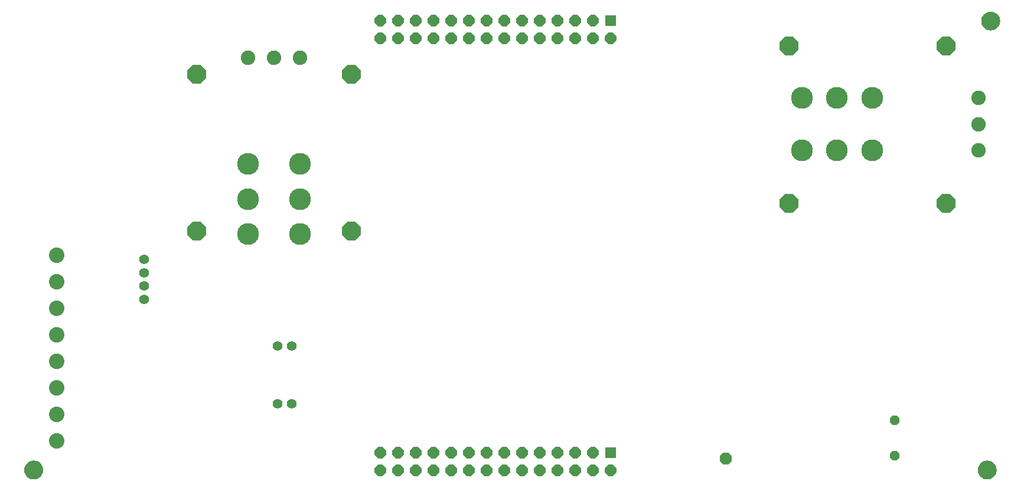
<source format=gbs>
G75*
%MOIN*%
%OFA0B0*%
%FSLAX25Y25*%
%IPPOS*%
%LPD*%
%AMOC8*
5,1,8,0,0,1.08239X$1,22.5*
%
%ADD10C,0.05500*%
%ADD11OC8,0.10500*%
%ADD12C,0.12311*%
%ADD13C,0.08177*%
%ADD14R,0.06406X0.06406*%
%ADD15OC8,0.06406*%
%ADD16C,0.08768*%
%ADD17C,0.00500*%
%ADD18OC8,0.06996*%
%ADD19OC8,0.05300*%
D10*
X0157462Y0066181D03*
X0165336Y0066181D03*
X0165336Y0098781D03*
X0157462Y0098781D03*
X0082249Y0124994D03*
X0082249Y0132868D03*
X0082249Y0139944D03*
X0082249Y0147818D03*
D11*
X0111949Y0163690D03*
X0199249Y0163690D03*
X0199249Y0252272D03*
X0111949Y0252272D03*
X0446257Y0268431D03*
X0534840Y0268431D03*
X0534840Y0179281D03*
X0446257Y0179281D03*
D12*
X0453335Y0209467D03*
X0473178Y0209467D03*
X0493020Y0209467D03*
X0493020Y0238995D03*
X0473178Y0238995D03*
X0453335Y0238995D03*
X0170263Y0201752D03*
X0140735Y0201752D03*
X0140735Y0181910D03*
X0170263Y0181910D03*
X0170263Y0162067D03*
X0140735Y0162067D03*
D13*
X0140735Y0261831D03*
X0155499Y0261831D03*
X0170263Y0261831D03*
X0553099Y0238995D03*
X0553099Y0224231D03*
X0553099Y0209467D03*
D14*
X0345473Y0282713D03*
X0345473Y0038461D03*
D15*
X0335473Y0038461D03*
X0325473Y0038461D03*
X0315473Y0038461D03*
X0305473Y0038461D03*
X0295473Y0038461D03*
X0285473Y0038461D03*
X0275473Y0038461D03*
X0265473Y0038461D03*
X0255473Y0038461D03*
X0245473Y0038461D03*
X0235473Y0038461D03*
X0225473Y0038461D03*
X0215473Y0038461D03*
X0215473Y0028461D03*
X0225473Y0028461D03*
X0235473Y0028461D03*
X0245473Y0028461D03*
X0255473Y0028461D03*
X0265473Y0028461D03*
X0275473Y0028461D03*
X0285473Y0028461D03*
X0295473Y0028461D03*
X0305473Y0028461D03*
X0315473Y0028461D03*
X0325473Y0028461D03*
X0335473Y0028461D03*
X0345473Y0028461D03*
X0345473Y0272713D03*
X0335473Y0272713D03*
X0325473Y0272713D03*
X0315473Y0272713D03*
X0305473Y0272713D03*
X0295473Y0272713D03*
X0285473Y0272713D03*
X0275473Y0272713D03*
X0265473Y0272713D03*
X0255473Y0272713D03*
X0245473Y0272713D03*
X0235473Y0272713D03*
X0225473Y0272713D03*
X0215473Y0272713D03*
X0215473Y0282713D03*
X0225473Y0282713D03*
X0235473Y0282713D03*
X0245473Y0282713D03*
X0255473Y0282713D03*
X0265473Y0282713D03*
X0275473Y0282713D03*
X0285473Y0282713D03*
X0295473Y0282713D03*
X0305473Y0282713D03*
X0315473Y0282713D03*
X0325473Y0282713D03*
X0335473Y0282713D03*
D16*
X0032796Y0150016D03*
X0032796Y0135016D03*
X0032796Y0120016D03*
X0032796Y0105016D03*
X0032796Y0090016D03*
X0032796Y0075016D03*
X0032796Y0060016D03*
X0032796Y0045016D03*
D17*
X0017304Y0024288D02*
X0016590Y0024788D01*
X0015974Y0025404D01*
X0015474Y0026118D01*
X0015105Y0026908D01*
X0014880Y0027750D01*
X0014804Y0028618D01*
X0014880Y0029486D01*
X0015105Y0030328D01*
X0015474Y0031118D01*
X0015974Y0031832D01*
X0016590Y0032448D01*
X0017304Y0032948D01*
X0018094Y0033317D01*
X0018936Y0033542D01*
X0019804Y0033618D01*
X0020672Y0033542D01*
X0021514Y0033317D01*
X0022304Y0032948D01*
X0023018Y0032448D01*
X0023634Y0031832D01*
X0024134Y0031118D01*
X0024502Y0030328D01*
X0024728Y0029486D01*
X0024804Y0028618D01*
X0024728Y0027750D01*
X0024502Y0026908D01*
X0024134Y0026118D01*
X0023634Y0025404D01*
X0023018Y0024788D01*
X0022304Y0024288D01*
X0021514Y0023920D01*
X0020672Y0023694D01*
X0019804Y0023618D01*
X0018936Y0023694D01*
X0018094Y0023920D01*
X0017304Y0024288D01*
X0017530Y0024183D02*
X0022078Y0024183D01*
X0022865Y0024681D02*
X0016743Y0024681D01*
X0016198Y0025180D02*
X0023410Y0025180D01*
X0023826Y0025678D02*
X0015782Y0025678D01*
X0015447Y0026177D02*
X0024161Y0026177D01*
X0024394Y0026675D02*
X0015214Y0026675D01*
X0015034Y0027174D02*
X0024574Y0027174D01*
X0024707Y0027672D02*
X0014901Y0027672D01*
X0014843Y0028171D02*
X0024765Y0028171D01*
X0024799Y0028669D02*
X0014808Y0028669D01*
X0014852Y0029168D02*
X0024756Y0029168D01*
X0024680Y0029666D02*
X0014928Y0029666D01*
X0015062Y0030165D02*
X0024546Y0030165D01*
X0024346Y0030663D02*
X0015262Y0030663D01*
X0015504Y0031162D02*
X0024104Y0031162D01*
X0023754Y0031660D02*
X0015853Y0031660D01*
X0016300Y0032159D02*
X0023307Y0032159D01*
X0022719Y0032657D02*
X0016888Y0032657D01*
X0017749Y0033156D02*
X0021859Y0033156D01*
X0020558Y0023684D02*
X0019050Y0023684D01*
X0552993Y0028618D02*
X0553069Y0029486D01*
X0553294Y0030328D01*
X0553663Y0031118D01*
X0554163Y0031832D01*
X0554779Y0032448D01*
X0555493Y0032948D01*
X0556283Y0033317D01*
X0557125Y0033542D01*
X0557993Y0033618D01*
X0558861Y0033542D01*
X0559703Y0033317D01*
X0560493Y0032948D01*
X0561207Y0032448D01*
X0561823Y0031832D01*
X0562323Y0031118D01*
X0562691Y0030328D01*
X0562917Y0029486D01*
X0562993Y0028618D01*
X0562917Y0027750D01*
X0562691Y0026908D01*
X0562323Y0026118D01*
X0561823Y0025404D01*
X0561207Y0024788D01*
X0560493Y0024288D01*
X0559703Y0023920D01*
X0558861Y0023694D01*
X0557993Y0023618D01*
X0557125Y0023694D01*
X0556283Y0023920D01*
X0555493Y0024288D01*
X0554779Y0024788D01*
X0554163Y0025404D01*
X0553663Y0026118D01*
X0553294Y0026908D01*
X0553069Y0027750D01*
X0552993Y0028618D01*
X0552997Y0028669D02*
X0562988Y0028669D01*
X0562954Y0028171D02*
X0553032Y0028171D01*
X0553090Y0027672D02*
X0562896Y0027672D01*
X0562763Y0027174D02*
X0553223Y0027174D01*
X0553403Y0026675D02*
X0562583Y0026675D01*
X0562350Y0026177D02*
X0553635Y0026177D01*
X0553971Y0025678D02*
X0562015Y0025678D01*
X0561599Y0025180D02*
X0554387Y0025180D01*
X0554931Y0024681D02*
X0561054Y0024681D01*
X0560267Y0024183D02*
X0555719Y0024183D01*
X0557239Y0023684D02*
X0558747Y0023684D01*
X0562945Y0029168D02*
X0553041Y0029168D01*
X0553117Y0029666D02*
X0562869Y0029666D01*
X0562735Y0030165D02*
X0553251Y0030165D01*
X0553451Y0030663D02*
X0562535Y0030663D01*
X0562292Y0031162D02*
X0553693Y0031162D01*
X0554042Y0031660D02*
X0561943Y0031660D01*
X0561496Y0032159D02*
X0554489Y0032159D01*
X0555077Y0032657D02*
X0560908Y0032657D01*
X0560048Y0033156D02*
X0555938Y0033156D01*
X0559961Y0277555D02*
X0559093Y0277631D01*
X0558251Y0277857D01*
X0557461Y0278225D01*
X0556747Y0278725D01*
X0556131Y0279341D01*
X0555631Y0280055D01*
X0555263Y0280845D01*
X0555037Y0281687D01*
X0554961Y0282555D01*
X0555037Y0283423D01*
X0555263Y0284265D01*
X0555631Y0285055D01*
X0556131Y0285769D01*
X0556747Y0286385D01*
X0557461Y0286885D01*
X0558251Y0287254D01*
X0559093Y0287479D01*
X0559961Y0287555D01*
X0560830Y0287479D01*
X0561672Y0287254D01*
X0562461Y0286885D01*
X0563175Y0286385D01*
X0563792Y0285769D01*
X0564292Y0285055D01*
X0564660Y0284265D01*
X0564885Y0283423D01*
X0564961Y0282555D01*
X0564885Y0281687D01*
X0564660Y0280845D01*
X0564292Y0280055D01*
X0563792Y0279341D01*
X0563175Y0278725D01*
X0562461Y0278225D01*
X0561672Y0277857D01*
X0560830Y0277631D01*
X0559961Y0277555D01*
X0558105Y0277925D02*
X0561818Y0277925D01*
X0562745Y0278423D02*
X0557178Y0278423D01*
X0556551Y0278922D02*
X0563372Y0278922D01*
X0563847Y0279420D02*
X0556076Y0279420D01*
X0555727Y0279919D02*
X0564196Y0279919D01*
X0564460Y0280417D02*
X0555462Y0280417D01*
X0555244Y0280916D02*
X0564679Y0280916D01*
X0564812Y0281414D02*
X0555110Y0281414D01*
X0555018Y0281913D02*
X0564905Y0281913D01*
X0564949Y0282411D02*
X0554974Y0282411D01*
X0554992Y0282910D02*
X0564930Y0282910D01*
X0564887Y0283408D02*
X0555036Y0283408D01*
X0555167Y0283907D02*
X0564756Y0283907D01*
X0564594Y0284405D02*
X0555328Y0284405D01*
X0555561Y0284904D02*
X0564362Y0284904D01*
X0564048Y0285403D02*
X0555875Y0285403D01*
X0556263Y0285901D02*
X0563660Y0285901D01*
X0563155Y0286400D02*
X0556768Y0286400D01*
X0557489Y0286898D02*
X0562434Y0286898D01*
X0561138Y0287397D02*
X0558785Y0287397D01*
D18*
X0410399Y0035081D03*
D19*
X0505699Y0036681D03*
X0505699Y0056681D03*
M02*

</source>
